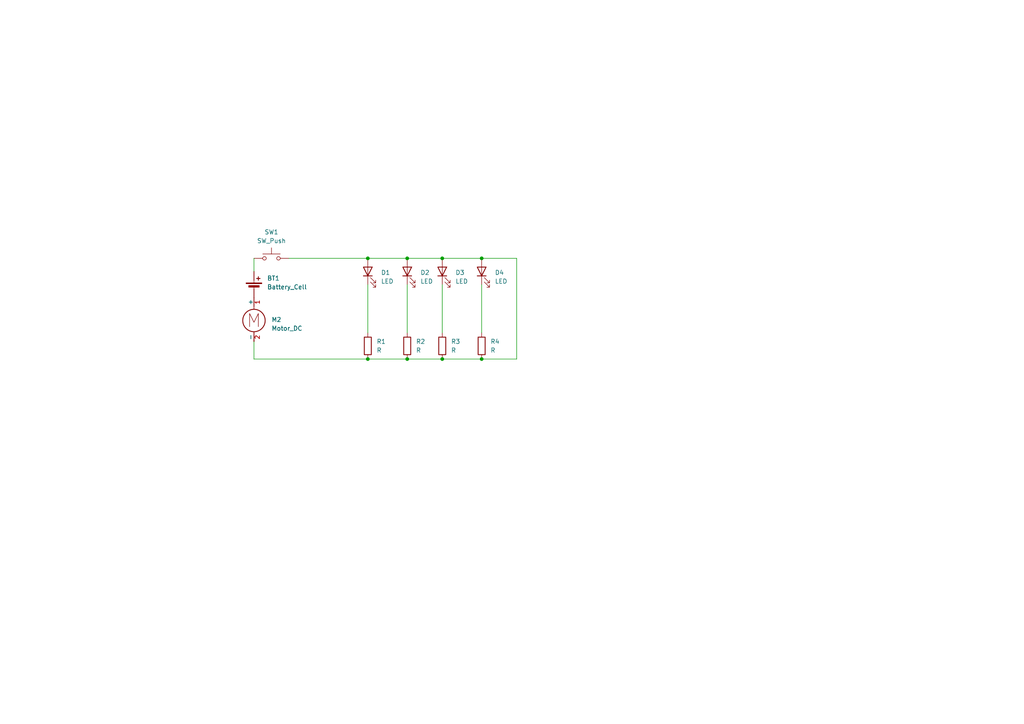
<source format=kicad_sch>
(kicad_sch (version 20250114) (generator "eeschema") (generator_version "9.0")
  (paper "A4")
  (lib_symbols
    (symbol "Device:Battery_Cell" (pin_numbers (hide yes)) (pin_names (offset 0) (hide yes))
      (property "Reference" "BT" (at 2.54 2.54 0))
      (property "Value" "Battery_Cell" (at 2.54 0 0))
      (symbol "Battery_Cell_0_1"
        (rectangle (start -2.286 1.778) (end 2.286 1.524) (fill (type outline)))
        (rectangle (start -1.524 1.016) (end 1.524 0.508) (fill (type outline)))
        (polyline (pts (xy 0 1.778) (xy 0 2.54)))
        (polyline (pts (xy 0 0.762) (xy 0 0)))
        (polyline (pts (xy 0.762 3.048) (xy 1.778 3.048)) (stroke (width 0.254)))
        (polyline (pts (xy 1.27 3.556) (xy 1.27 2.54)) (stroke (width 0.254)))
      )
      (symbol "Battery_Cell_1_1"
        (pin passive line (at 0 5.08 270) (length 2.54) (name "+") (number "1"))
        (pin passive line (at 0 -2.54 90) (length 2.54) (name "-") (number "2"))
      )
    )
    (symbol "Device:LED" (pin_numbers (hide yes)) (pin_names (offset 1.016) (hide yes))
      (property "Reference" "D" (at 0 2.54 0))
      (property "Value" "LED" (at 0 -2.54 0))
      (symbol "LED_0_1"
        (polyline (pts (xy -3.048 -0.762) (xy -4.572 -2.286) (xy -3.81 -2.286) (xy -4.572 -2.286) (xy -4.572 -1.524)))
        (polyline (pts (xy -1.778 -0.762) (xy -3.302 -2.286) (xy -2.54 -2.286) (xy -3.302 -2.286) (xy -3.302 -1.524)))
        (polyline (pts (xy -1.27 0) (xy 1.27 0)))
        (polyline (pts (xy -1.27 -1.27) (xy -1.27 1.27)) (stroke (width 0.254)))
        (polyline (pts (xy 1.27 -1.27) (xy 1.27 1.27) (xy -1.27 0) (xy 1.27 -1.27)) (stroke (width 0.254)))
      )
      (symbol "LED_1_1"
        (pin passive line (at -3.81 0 0) (length 2.54) (name "K") (number "1"))
        (pin passive line (at 3.81 0 180) (length 2.54) (name "A") (number "2"))
      )
    )
    (symbol "Device:R" (pin_numbers (hide yes)) (pin_names (offset 0))
      (property "Reference" "R" (at 2.032 0 90))
      (property "Value" "R" (at 0 0 90))
      (symbol "R_0_1"
        (rectangle (start -1.016 -2.54) (end 1.016 2.54) (stroke (width 0.254)))
      )
      (symbol "R_1_1"
        (pin passive line (at 0 3.81 270) (length 1.27) (name "~") (number "1"))
        (pin passive line (at 0 -3.81 90) (length 1.27) (name "~") (number "2"))
      )
    )
    (symbol "Motor:Motor_DC" (pin_names (offset 0))
      (property "Reference" "M" (at 2.54 2.54 0))
      (property "Value" "Motor_DC" (at 2.54 -5.08 0))
      (symbol "Motor_DC_0_0"
        (polyline (pts (xy -1.27 -3.302) (xy -1.27 0.508) (xy 0 -2.032) (xy 1.27 0.508) (xy 1.27 -3.302)))
      )
      (symbol "Motor_DC_0_1"
        (polyline (pts (xy 0 2.032) (xy 0 2.54)))
        (polyline (pts (xy 0 1.7272) (xy 0 2.0828)))
        (circle (center 0 -1.524) (radius 3.2512) (stroke (width 0.254)))
        (polyline (pts (xy 0 -4.7752) (xy 0 -5.1816)))
        (polyline (pts (xy 0 -7.62) (xy 0 -7.112)))
      )
      (symbol "Motor_DC_1_1"
        (pin passive line (at 0 5.08 270) (length 2.54) (name "+") (number "1"))
        (pin passive line (at 0 -7.62 90) (length 2.54) (name "-") (number "2"))
      )
    )
    (symbol "Switch:SW_Push" (pin_numbers (hide yes)) (pin_names (offset 1.016) (hide yes))
      (property "Reference" "SW" (at 1.27 2.54 0))
      (property "Value" "SW_Push" (at 0 -1.524 0))
      (symbol "SW_Push_0_1"
        (circle (center -2.032 0) (radius 0.508))
        (polyline (pts (xy 0 1.27) (xy 0 3.048)))
        (circle (center 2.032 0) (radius 0.508))
        (polyline (pts (xy 2.54 1.27) (xy -2.54 1.27)))
        (pin passive line (at -5.08 0 0) (length 2.54) (name "1") (number "1"))
        (pin passive line (at 5.08 0 180) (length 2.54) (name "2") (number "2"))
      )
    )
  )
  (junction (at 106.68 74.93))
  (junction (at 139.7 104.14))
  (junction (at 128.27 104.14))
  (junction (at 118.11 104.14))
  (junction (at 106.68 104.14))
  (junction (at 128.27 74.93))
  (junction (at 139.7 74.93))
  (junction (at 118.11 74.93))
  (wire (pts (xy 128.27 74.93) (xy 139.7 74.93)))
  (wire (pts (xy 149.86 74.93) (xy 149.86 104.14)))
  (wire (pts (xy 139.7 74.93) (xy 149.86 74.93)))
  (wire (pts (xy 149.86 104.14) (xy 139.7 104.14)))
  (wire (pts (xy 118.11 82.55) (xy 118.11 96.52)))
  (wire (pts (xy 139.7 82.55) (xy 139.7 96.52)))
  (wire (pts (xy 118.11 104.14) (xy 106.68 104.14)))
  (wire (pts (xy 83.82 74.93) (xy 106.68 74.93)))
  (wire (pts (xy 128.27 82.55) (xy 128.27 96.52)))
  (wire (pts (xy 73.66 99.06) (xy 73.66 104.14)))
  (wire (pts (xy 73.66 74.93) (xy 73.66 78.74)))
  (wire (pts (xy 139.7 104.14) (xy 128.27 104.14)))
  (wire (pts (xy 128.27 104.14) (xy 118.11 104.14)))
  (wire (pts (xy 118.11 74.93) (xy 128.27 74.93)))
  (wire (pts (xy 106.68 74.93) (xy 118.11 74.93)))
  (wire (pts (xy 106.68 82.55) (xy 106.68 96.52)))
  (wire (pts (xy 106.68 104.14) (xy 73.66 104.14)))
  (symbol (lib_id "Device:LED") (at 139.7 78.74 90) (unit 1)
    (property "Reference" "D4" (at 143.51 79.0574 90) (effects (justify right)))
    (property "Value" "LED" (at 143.51 81.5974 90) (effects (justify right)))
    (property "Footprint" "LED_THT:LED_D5.0mm" (effects (hide yes)))
    (property "Description" "Light emitting diode" (effects (hide yes)))
    (property "Sim.Pins" "1=K 2=A" (effects (hide yes)))
  )
  (symbol (lib_id "Switch:SW_Push") (at 78.74 74.93 0) (unit 1)
    (property "Reference" "SW1" (at 78.74 67.31 0))
    (property "Value" "SW_Push" (at 78.74 69.85 0))
    (property "Footprint" "Button_Switch_THT:SW_PUSH_6mm" (effects (hide yes)))
    (property "Description" "Push button switch, generic, two pins" (effects (hide yes)))
  )
  (symbol (lib_id "Device:R") (at 106.68 100.33 0) (unit 1)
    (property "Reference" "R1" (at 109.22 99.0599 0) (effects (justify left)))
    (property "Value" "R" (at 109.22 101.5999 0) (effects (justify left)))
    (property "Footprint" "Resistor_THT:R_Axial_DIN0207_L6.3mm_D2.5mm_P7.62mm_Horizontal" (effects (hide yes)))
    (property "Description" "Resistor" (effects (hide yes)))
  )
  (symbol (lib_id "Device:R") (at 139.7 100.33 0) (unit 1)
    (property "Reference" "R4" (at 142.24 99.0599 0) (effects (justify left)))
    (property "Value" "R" (at 142.24 101.5999 0) (effects (justify left)))
    (property "Footprint" "Resistor_THT:R_Axial_DIN0207_L6.3mm_D2.5mm_P7.62mm_Horizontal" (effects (hide yes)))
    (property "Description" "Resistor" (effects (hide yes)))
  )
  (symbol (lib_id "Device:LED") (at 106.68 78.74 90) (unit 1)
    (property "Reference" "D1" (at 110.49 79.0574 90) (effects (justify right)))
    (property "Value" "LED" (at 110.49 81.5974 90) (effects (justify right)))
    (property "Footprint" "LED_THT:LED_D5.0mm" (effects (hide yes)))
    (property "Description" "Light emitting diode" (effects (hide yes)))
    (property "Sim.Pins" "1=K 2=A" (effects (hide yes)))
  )
  (symbol (lib_id "Device:LED") (at 128.27 78.74 90) (unit 1)
    (property "Reference" "D3" (at 132.08 79.0574 90) (effects (justify right)))
    (property "Value" "LED" (at 132.08 81.5974 90) (effects (justify right)))
    (property "Footprint" "LED_THT:LED_D5.0mm" (effects (hide yes)))
    (property "Description" "Light emitting diode" (effects (hide yes)))
    (property "Sim.Pins" "1=K 2=A" (effects (hide yes)))
  )
  (symbol (lib_id "Device:Battery_Cell") (at 73.66 83.82 0) (unit 1)
    (property "Reference" "BT1" (at 77.47 80.7084 0) (effects (justify left)))
    (property "Value" "Battery_Cell" (at 77.47 83.2484 0) (effects (justify left)))
    (property "Footprint" "Battery:BatteryHolder_Keystone_3034_1x20mm" (effects (hide yes)))
    (property "Description" "Single-cell battery" (effects (hide yes)))
  )
  (symbol (lib_id "Device:R") (at 128.27 100.33 0) (unit 1)
    (property "Reference" "R3" (at 130.81 99.0599 0) (effects (justify left)))
    (property "Value" "R" (at 130.81 101.5999 0) (effects (justify left)))
    (property "Footprint" "Resistor_THT:R_Axial_DIN0207_L6.3mm_D2.5mm_P7.62mm_Horizontal" (effects (hide yes)))
    (property "Description" "Resistor" (effects (hide yes)))
  )
  (symbol (lib_id "Device:R") (at 118.11 100.33 0) (unit 1)
    (property "Reference" "R2" (at 120.65 99.0599 0) (effects (justify left)))
    (property "Value" "R" (at 120.65 101.5999 0) (effects (justify left)))
    (property "Footprint" "Resistor_THT:R_Axial_DIN0207_L6.3mm_D2.5mm_P7.62mm_Horizontal" (effects (hide yes)))
    (property "Description" "Resistor" (effects (hide yes)))
  )
  (symbol (lib_id "Device:LED") (at 118.11 78.74 90) (unit 1)
    (property "Reference" "D2" (at 121.92 79.0574 90) (effects (justify right)))
    (property "Value" "LED" (at 121.92 81.5974 90) (effects (justify right)))
    (property "Footprint" "LED_THT:LED_D5.0mm" (effects (hide yes)))
    (property "Description" "Light emitting diode" (effects (hide yes)))
    (property "Sim.Pins" "1=K 2=A" (effects (hide yes)))
  )
  (symbol (lib_id "Motor:Motor_DC") (at 73.66 91.44 0) (unit 1)
    (property "Reference" "M2" (at 78.74 92.7099 0) (effects (justify left)))
    (property "Value" "Motor_DC" (at 78.74 95.2499 0) (effects (justify left)))
    (property "Footprint" "Connector_PinHeader_2.54mm:PinHeader_1x02_P2.54mm_Vertical" (effects (hide yes)))
    (property "Description" "DC Motor" (effects (hide yes)))
  )
)
</source>
